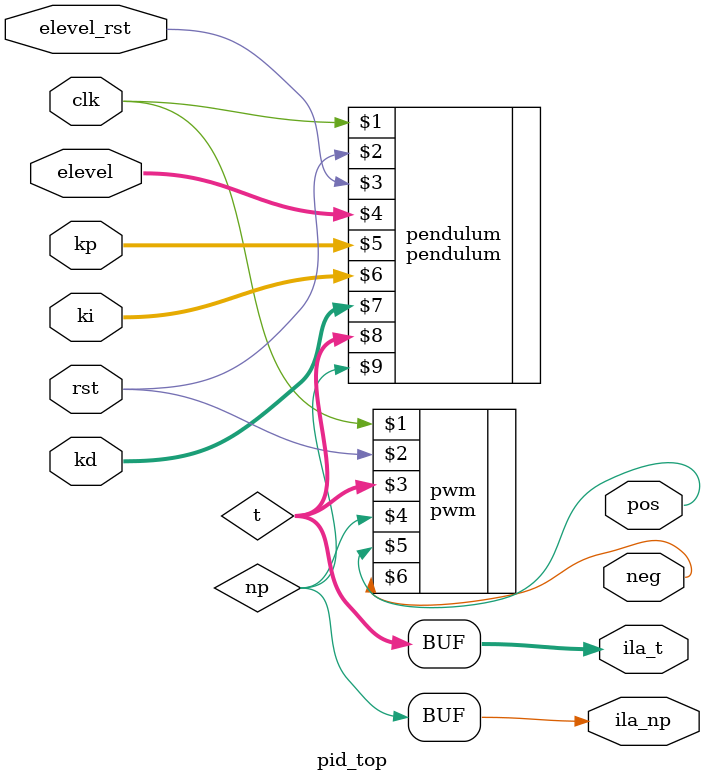
<source format=v>
`timescale 1ns / 1ps


module pid_top(
    input clk,
    input elevel_rst,
    input rst,
    input [23:0]elevel,
    input [15:0]kp,
    input [15:0]ki,
    input [15:0]kd,
    output  pos,
    output  neg,
    output [32:0]ila_t,
    output ila_np
    );
    wire [32:0]t;
    wire np;
    assign ila_np=np;
    assign ila_t=t;
    pendulum pendulum(clk,rst,elevel_rst,elevel,kp,ki,kd,t,np);
    pwm pwm(clk,rst,t,np,pos,neg);
endmodule

</source>
